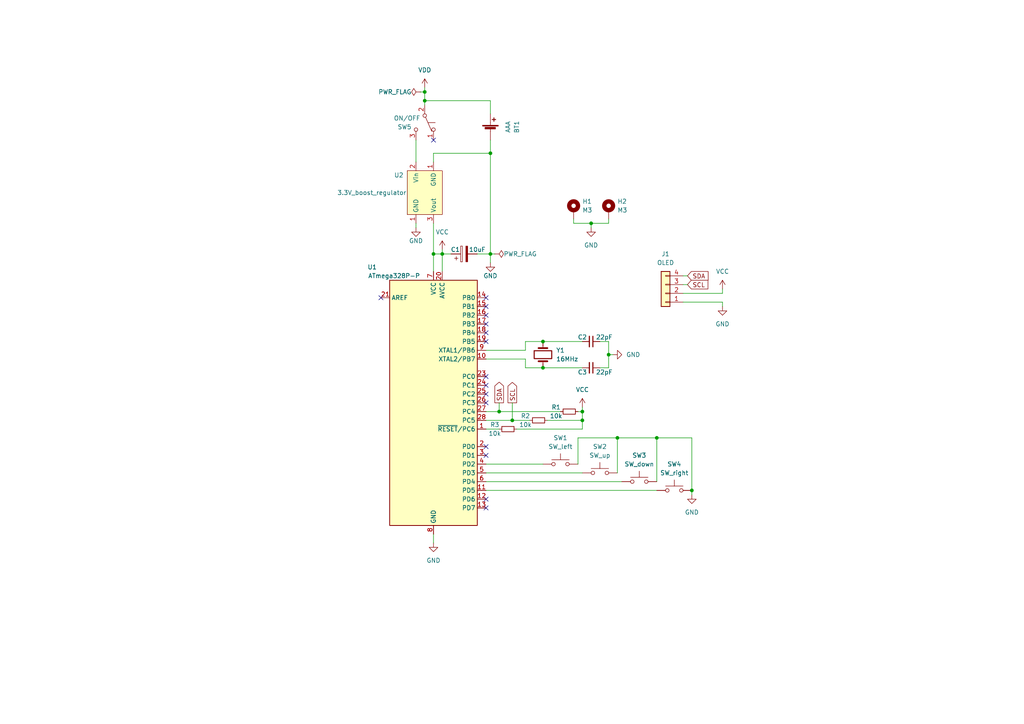
<source format=kicad_sch>
(kicad_sch (version 20211123) (generator eeschema)
  (paper "A4")
  (lib_symbols
    (symbol "Connector_Generic:Conn_01x04" (pin_names (offset 1.016) hide)
      (property "Reference" "J" (at 0 5.08 0))
      (property "Value" "Conn_01x04" (at 0 -7.62 0))
      (symbol "Conn_01x04_1_1"
        (rectangle (start -1.27 -4.953) (end 0 -5.207) (stroke (width 0.1524)))
        (rectangle (start -1.27 -2.413) (end 0 -2.667) (stroke (width 0.1524)))
        (rectangle (start -1.27 0.127) (end 0 -0.127) (stroke (width 0.1524)))
        (rectangle (start -1.27 2.667) (end 0 2.413) (stroke (width 0.1524)))
        (rectangle (start -1.27 3.81) (end 1.27 -6.35) (stroke (width 0.254)) (fill (type background)))
        (pin passive line (at -5.08 2.54 0) (length 3.81) (name "Pin_1") (number "1"))
        (pin passive line (at -5.08 0 0) (length 3.81) (name "Pin_2") (number "2"))
        (pin passive line (at -5.08 -2.54 0) (length 3.81) (name "Pin_3") (number "3"))
        (pin passive line (at -5.08 -5.08 0) (length 3.81) (name "Pin_4") (number "4"))
      )
    )
    (symbol "Device:Battery_Cell" (pin_numbers hide) (pin_names (offset 0) hide)
      (property "Reference" "BT" (at 2.54 2.54 0))
      (property "Value" "Battery_Cell" (at 2.54 0 0))
      (symbol "Battery_Cell_0_1"
        (rectangle (start -2.286 1.778) (end 2.286 1.524) (fill (type outline)))
        (rectangle (start -1.5748 1.1938) (end 1.4732 0.6858) (fill (type outline)))
        (polyline (pts (xy 0 0.762) (xy 0 0)))
        (polyline (pts (xy 0 1.778) (xy 0 2.54)))
        (polyline (pts (xy 0.508 3.429) (xy 1.524 3.429)) (stroke (width 0.254)))
        (polyline (pts (xy 1.016 3.937) (xy 1.016 2.921)) (stroke (width 0.254)))
      )
      (symbol "Battery_Cell_1_1"
        (pin passive line (at 0 5.08 270) (length 2.54) (name "+") (number "1"))
        (pin passive line (at 0 -2.54 90) (length 2.54) (name "-") (number "2"))
      )
    )
    (symbol "Device:C_Polarized" (pin_numbers hide) (pin_names (offset 0.254))
      (property "Reference" "C" (at 0.635 2.54 0))
      (property "Value" "C_Polarized" (at 0.635 -2.54 0))
      (symbol "C_Polarized_0_1"
        (rectangle (start -2.286 0.508) (end 2.286 1.016))
        (polyline (pts (xy -1.778 2.286) (xy -0.762 2.286)))
        (polyline (pts (xy -1.27 2.794) (xy -1.27 1.778)))
        (rectangle (start 2.286 -0.508) (end -2.286 -1.016) (fill (type outline)))
      )
      (symbol "C_Polarized_1_1"
        (pin passive line (at 0 3.81 270) (length 2.794) (name "~") (number "1"))
        (pin passive line (at 0 -3.81 90) (length 2.794) (name "~") (number "2"))
      )
    )
    (symbol "Device:C_Small" (pin_numbers hide) (pin_names (offset 0.254) hide)
      (property "Reference" "C" (at 0.254 1.778 0))
      (property "Value" "C_Small" (at 0.254 -2.032 0))
      (symbol "C_Small_0_1"
        (polyline (pts (xy -1.524 -0.508) (xy 1.524 -0.508)) (stroke (width 0.3302)))
        (polyline (pts (xy -1.524 0.508) (xy 1.524 0.508)) (stroke (width 0.3048)))
      )
      (symbol "C_Small_1_1"
        (pin passive line (at 0 2.54 270) (length 2.032) (name "~") (number "1"))
        (pin passive line (at 0 -2.54 90) (length 2.032) (name "~") (number "2"))
      )
    )
    (symbol "Device:Crystal" (pin_numbers hide) (pin_names (offset 1.016) hide)
      (property "Reference" "Y" (at 0 3.81 0))
      (property "Value" "Crystal" (at 0 -3.81 0))
      (symbol "Crystal_0_1"
        (rectangle (start -1.143 2.54) (end 1.143 -2.54) (stroke (width 0.3048)))
        (polyline (pts (xy -2.54 0) (xy -1.905 0)))
        (polyline (pts (xy -1.905 -1.27) (xy -1.905 1.27)) (stroke (width 0.508)))
        (polyline (pts (xy 1.905 -1.27) (xy 1.905 1.27)) (stroke (width 0.508)))
        (polyline (pts (xy 2.54 0) (xy 1.905 0)))
      )
      (symbol "Crystal_1_1"
        (pin passive line (at -3.81 0 0) (length 1.27) (name "1") (number "1"))
        (pin passive line (at 3.81 0 180) (length 1.27) (name "2") (number "2"))
      )
    )
    (symbol "Device:R_Small" (pin_numbers hide) (pin_names (offset 0.254) hide)
      (property "Reference" "R" (at 0.762 0.508 0))
      (property "Value" "R_Small" (at 0.762 -1.016 0))
      (symbol "R_Small_0_1"
        (rectangle (start -0.762 1.778) (end 0.762 -1.778) (stroke (width 0.2032)))
      )
      (symbol "R_Small_1_1"
        (pin passive line (at 0 2.54 270) (length 0.762) (name "~") (number "1"))
        (pin passive line (at 0 -2.54 90) (length 0.762) (name "~") (number "2"))
      )
    )
    (symbol "GameBox:3.3V_boost_regulator"
      (property "Reference" "U" (at -5.08 10.16 0))
      (property "Value" "3.3V_boost_regulator" (at 0 7.62 0))
      (symbol "3.3V_boost_regulator_0_1"
        (rectangle (start -6.35 5.08) (end 6.35 -5.08) (fill (type background)))
      )
      (symbol "3.3V_boost_regulator_1_1"
        (pin power_in line (at -8.89 2.54 0) (length 2.54) (name "GND") (number "1"))
        (pin power_in line (at 8.89 -2.54 180) (length 2.54) (name "GND") (number "1"))
        (pin power_in line (at -8.89 -2.54 0) (length 2.54) (name "Vin") (number "2"))
        (pin power_out line (at 8.89 2.54 180) (length 2.54) (name "Vout") (number "3"))
      )
    )
    (symbol "MCU_Microchip_ATmega:ATmega328P-P"
      (property "Reference" "U" (at -12.7 36.83 0))
      (property "Value" "ATmega328P-P" (at 2.54 -36.83 0))
      (symbol "ATmega328P-P_0_1"
        (rectangle (start -12.7 -35.56) (end 12.7 35.56) (stroke (width 0.254)) (fill (type background)))
      )
      (symbol "ATmega328P-P_1_1"
        (pin bidirectional line (at 15.24 -7.62 180) (length 2.54) (name "~{RESET}/PC6") (number "1"))
        (pin bidirectional line (at 15.24 12.7 180) (length 2.54) (name "XTAL2/PB7") (number "10"))
        (pin bidirectional line (at 15.24 -25.4 180) (length 2.54) (name "PD5") (number "11"))
        (pin bidirectional line (at 15.24 -27.94 180) (length 2.54) (name "PD6") (number "12"))
        (pin bidirectional line (at 15.24 -30.48 180) (length 2.54) (name "PD7") (number "13"))
        (pin bidirectional line (at 15.24 30.48 180) (length 2.54) (name "PB0") (number "14"))
        (pin bidirectional line (at 15.24 27.94 180) (length 2.54) (name "PB1") (number "15"))
        (pin bidirectional line (at 15.24 25.4 180) (length 2.54) (name "PB2") (number "16"))
        (pin bidirectional line (at 15.24 22.86 180) (length 2.54) (name "PB3") (number "17"))
        (pin bidirectional line (at 15.24 20.32 180) (length 2.54) (name "PB4") (number "18"))
        (pin bidirectional line (at 15.24 17.78 180) (length 2.54) (name "PB5") (number "19"))
        (pin bidirectional line (at 15.24 -12.7 180) (length 2.54) (name "PD0") (number "2"))
        (pin power_in line (at 2.54 38.1 270) (length 2.54) (name "AVCC") (number "20"))
        (pin passive line (at -15.24 30.48 0) (length 2.54) (name "AREF") (number "21"))
        (pin passive line (at 0 -38.1 90) (length 2.54) hide (name "GND") (number "22"))
        (pin bidirectional line (at 15.24 7.62 180) (length 2.54) (name "PC0") (number "23"))
        (pin bidirectional line (at 15.24 5.08 180) (length 2.54) (name "PC1") (number "24"))
        (pin bidirectional line (at 15.24 2.54 180) (length 2.54) (name "PC2") (number "25"))
        (pin bidirectional line (at 15.24 0 180) (length 2.54) (name "PC3") (number "26"))
        (pin bidirectional line (at 15.24 -2.54 180) (length 2.54) (name "PC4") (number "27"))
        (pin bidirectional line (at 15.24 -5.08 180) (length 2.54) (name "PC5") (number "28"))
        (pin bidirectional line (at 15.24 -15.24 180) (length 2.54) (name "PD1") (number "3"))
        (pin bidirectional line (at 15.24 -17.78 180) (length 2.54) (name "PD2") (number "4"))
        (pin bidirectional line (at 15.24 -20.32 180) (length 2.54) (name "PD3") (number "5"))
        (pin bidirectional line (at 15.24 -22.86 180) (length 2.54) (name "PD4") (number "6"))
        (pin power_in line (at 0 38.1 270) (length 2.54) (name "VCC") (number "7"))
        (pin power_in line (at 0 -38.1 90) (length 2.54) (name "GND") (number "8"))
        (pin bidirectional line (at 15.24 15.24 180) (length 2.54) (name "XTAL1/PB6") (number "9"))
      )
    )
    (symbol "Mechanical:MountingHole_Pad" (pin_numbers hide) (pin_names (offset 1.016) hide)
      (property "Reference" "H" (at 0 6.35 0))
      (property "Value" "MountingHole_Pad" (at 0 4.445 0))
      (symbol "MountingHole_Pad_0_1"
        (circle (center 0 1.27) (radius 1.27) (stroke (width 1.27)))
      )
      (symbol "MountingHole_Pad_1_1"
        (pin input line (at 0 -2.54 90) (length 2.54) (name "1") (number "1"))
      )
    )
    (symbol "Switch:SW_Push" (pin_numbers hide) (pin_names (offset 1.016) hide)
      (property "Reference" "SW" (at 1.27 2.54 0))
      (property "Value" "SW_Push" (at 0 -1.524 0))
      (symbol "SW_Push_0_1"
        (circle (center -2.032 0) (radius 0.508))
        (polyline (pts (xy 0 1.27) (xy 0 3.048)))
        (polyline (pts (xy 2.54 1.27) (xy -2.54 1.27)))
        (circle (center 2.032 0) (radius 0.508))
        (pin passive line (at -5.08 0 0) (length 2.54) (name "1") (number "1"))
        (pin passive line (at 5.08 0 180) (length 2.54) (name "2") (number "2"))
      )
    )
    (symbol "Switch:SW_Push_SPDT" (pin_names (offset 0) hide)
      (property "Reference" "SW" (at 0 4.318 0))
      (property "Value" "SW_Push_SPDT" (at 0 -5.08 0))
      (symbol "SW_Push_SPDT_0_0"
        (circle (center -2.032 0) (radius 0.508))
        (polyline (pts (xy 0 1.016) (xy 0 3.048)))
        (circle (center 2.032 -2.54) (radius 0.508))
      )
      (symbol "SW_Push_SPDT_0_1"
        (polyline (pts (xy -1.524 0.254) (xy 2.54 2.032)))
        (circle (center 2.032 2.54) (radius 0.508))
      )
      (symbol "SW_Push_SPDT_1_1"
        (pin passive line (at 5.08 2.54 180) (length 2.54) (name "A") (number "1"))
        (pin passive line (at -5.08 0 0) (length 2.54) (name "B") (number "2"))
        (pin passive line (at 5.08 -2.54 180) (length 2.54) (name "C") (number "3"))
      )
    )
    (symbol "power:GND" (power) (pin_names (offset 0))
      (property "Value" "GND" (at 0 -3.81 0))
      (symbol "GND_0_1"
        (polyline (pts (xy 0 0) (xy 0 -1.27) (xy 1.27 -1.27) (xy 0 -2.54) (xy -1.27 -1.27) (xy 0 -1.27)))
      )
      (symbol "GND_1_1"
        (pin power_in line (at 0 0 270) (length 0) hide (name "GND") (number "1"))
      )
    )
    (symbol "power:PWR_FLAG" (power) (pin_numbers hide) (pin_names (offset 0) hide)
      (property "Value" "PWR_FLAG" (at 0 3.81 0))
      (symbol "PWR_FLAG_0_0"
        (pin power_out line (at 0 0 90) (length 0) (name "pwr") (number "1"))
      )
      (symbol "PWR_FLAG_0_1"
        (polyline (pts (xy 0 0) (xy 0 1.27) (xy -1.016 1.905) (xy 0 2.54) (xy 1.016 1.905) (xy 0 1.27)))
      )
    )
    (symbol "power:VCC" (power) (pin_names (offset 0))
      (property "Value" "VCC" (at 0 3.81 0))
      (symbol "VCC_0_1"
        (polyline (pts (xy -0.762 1.27) (xy 0 2.54)))
        (polyline (pts (xy 0 0) (xy 0 2.54)))
        (polyline (pts (xy 0 2.54) (xy 0.762 1.27)))
      )
      (symbol "VCC_1_1"
        (pin power_in line (at 0 0 90) (length 0) hide (name "VCC") (number "1"))
      )
    )
    (symbol "power:VDD" (power) (pin_names (offset 0))
      (property "Value" "VDD" (at 0 3.81 0))
      (symbol "VDD_0_1"
        (polyline (pts (xy -0.762 1.27) (xy 0 2.54)))
        (polyline (pts (xy 0 0) (xy 0 2.54)))
        (polyline (pts (xy 0 2.54) (xy 0.762 1.27)))
      )
      (symbol "VDD_1_1"
        (pin power_in line (at 0 0 90) (length 0) hide (name "VDD") (number "1"))
      )
    )
  )
  (junction (at 157.48 106.68))
  (junction (at 171.45 64.77))
  (junction (at 148.59 121.92))
  (junction (at 144.78 119.38))
  (junction (at 157.48 99.06))
  (junction (at 142.24 73.66))
  (junction (at 128.27 73.66))
  (junction (at 176.53 102.87))
  (junction (at 200.66 142.24))
  (junction (at 168.91 119.38))
  (junction (at 190.5 127))
  (junction (at 179.07 127))
  (junction (at 142.24 44.45))
  (junction (at 123.19 29.21))
  (junction (at 125.73 73.66))
  (junction (at 123.19 26.67))
  (junction (at 168.91 121.92))
  (no_connect (at 125.73 40.64))
  (no_connect (at 140.97 96.52))
  (no_connect (at 140.97 132.08))
  (no_connect (at 110.49 86.36))
  (no_connect (at 140.97 147.32))
  (no_connect (at 140.97 109.22))
  (no_connect (at 140.97 93.98))
  (no_connect (at 140.97 86.36))
  (no_connect (at 140.97 91.44))
  (no_connect (at 140.97 99.06))
  (no_connect (at 140.97 88.9))
  (no_connect (at 140.97 111.76))
  (no_connect (at 140.97 129.54))
  (no_connect (at 140.97 116.84))
  (no_connect (at 140.97 144.78))
  (no_connect (at 140.97 114.3))
  (wire (pts (xy 123.19 26.67) (xy 123.19 29.21)))
  (wire (pts (xy 176.53 102.87) (xy 177.8 102.87)))
  (wire (pts (xy 125.73 44.45) (xy 142.24 44.45)))
  (wire (pts (xy 142.24 29.21) (xy 142.24 33.02)))
  (wire (pts (xy 176.53 63.5) (xy 176.53 64.77)))
  (wire (pts (xy 120.65 40.64) (xy 120.65 46.99)))
  (wire (pts (xy 152.4 104.14) (xy 152.4 106.68)))
  (wire (pts (xy 200.66 127) (xy 200.66 142.24)))
  (wire (pts (xy 120.65 64.77) (xy 120.65 66.04)))
  (wire (pts (xy 128.27 73.66) (xy 128.27 78.74)))
  (wire (pts (xy 140.97 137.16) (xy 168.91 137.16)))
  (wire (pts (xy 125.73 44.45) (xy 125.73 46.99)))
  (wire (pts (xy 168.91 119.38) (xy 168.91 121.92)))
  (wire (pts (xy 148.59 121.92) (xy 153.67 121.92)))
  (wire (pts (xy 125.73 64.77) (xy 125.73 73.66)))
  (wire (pts (xy 148.59 116.84) (xy 148.59 121.92)))
  (wire (pts (xy 176.53 102.87) (xy 176.53 99.06)))
  (wire (pts (xy 167.64 127) (xy 179.07 127)))
  (wire (pts (xy 179.07 127) (xy 179.07 137.16)))
  (wire (pts (xy 198.12 80.01) (xy 199.39 80.01)))
  (wire (pts (xy 123.19 29.21) (xy 142.24 29.21)))
  (wire (pts (xy 158.75 121.92) (xy 168.91 121.92)))
  (wire (pts (xy 157.48 106.68) (xy 168.91 106.68)))
  (wire (pts (xy 128.27 73.66) (xy 130.81 73.66)))
  (wire (pts (xy 144.78 119.38) (xy 144.78 116.84)))
  (wire (pts (xy 198.12 87.63) (xy 209.55 87.63)))
  (wire (pts (xy 168.91 118.11) (xy 168.91 119.38)))
  (wire (pts (xy 209.55 87.63) (xy 209.55 88.9)))
  (wire (pts (xy 125.73 73.66) (xy 128.27 73.66)))
  (wire (pts (xy 123.19 29.21) (xy 123.19 30.48)))
  (wire (pts (xy 198.12 85.09) (xy 209.55 85.09)))
  (wire (pts (xy 140.97 139.7) (xy 180.34 139.7)))
  (wire (pts (xy 190.5 127) (xy 200.66 127)))
  (wire (pts (xy 166.37 64.77) (xy 166.37 63.5)))
  (wire (pts (xy 176.53 99.06) (xy 173.99 99.06)))
  (wire (pts (xy 142.24 40.64) (xy 142.24 44.45)))
  (wire (pts (xy 140.97 119.38) (xy 144.78 119.38)))
  (wire (pts (xy 190.5 127) (xy 190.5 139.7)))
  (wire (pts (xy 144.78 119.38) (xy 162.56 119.38)))
  (wire (pts (xy 167.64 134.62) (xy 167.64 127)))
  (wire (pts (xy 140.97 124.46) (xy 144.78 124.46)))
  (wire (pts (xy 140.97 142.24) (xy 190.5 142.24)))
  (wire (pts (xy 152.4 99.06) (xy 157.48 99.06)))
  (wire (pts (xy 140.97 104.14) (xy 152.4 104.14)))
  (wire (pts (xy 176.53 106.68) (xy 176.53 102.87)))
  (wire (pts (xy 142.24 73.66) (xy 143.51 73.66)))
  (wire (pts (xy 171.45 64.77) (xy 166.37 64.77)))
  (wire (pts (xy 209.55 85.09) (xy 209.55 83.82)))
  (wire (pts (xy 152.4 106.68) (xy 157.48 106.68)))
  (wire (pts (xy 176.53 64.77) (xy 171.45 64.77)))
  (wire (pts (xy 125.73 154.94) (xy 125.73 157.48)))
  (wire (pts (xy 168.91 121.92) (xy 168.91 124.46)))
  (wire (pts (xy 200.66 142.24) (xy 200.66 143.51)))
  (wire (pts (xy 128.27 72.39) (xy 128.27 73.66)))
  (wire (pts (xy 140.97 134.62) (xy 157.48 134.62)))
  (wire (pts (xy 123.19 25.4) (xy 123.19 26.67)))
  (wire (pts (xy 171.45 64.77) (xy 171.45 66.04)))
  (wire (pts (xy 198.12 82.55) (xy 199.39 82.55)))
  (wire (pts (xy 157.48 99.06) (xy 168.91 99.06)))
  (wire (pts (xy 142.24 44.45) (xy 142.24 73.66)))
  (wire (pts (xy 138.43 73.66) (xy 142.24 73.66)))
  (wire (pts (xy 142.24 73.66) (xy 142.24 76.2)))
  (wire (pts (xy 140.97 121.92) (xy 148.59 121.92)))
  (wire (pts (xy 168.91 119.38) (xy 167.64 119.38)))
  (wire (pts (xy 152.4 101.6) (xy 152.4 99.06)))
  (wire (pts (xy 140.97 101.6) (xy 152.4 101.6)))
  (wire (pts (xy 179.07 127) (xy 190.5 127)))
  (wire (pts (xy 125.73 73.66) (xy 125.73 78.74)))
  (wire (pts (xy 121.92 26.67) (xy 123.19 26.67)))
  (wire (pts (xy 173.99 106.68) (xy 176.53 106.68)))
  (wire (pts (xy 149.86 124.46) (xy 168.91 124.46)))
  (global_label "SDA" (shape output) (at 144.78 116.84 90) (property "Intersheet References" "${INTERSHEET_REFS}" (effects hide)))
  (global_label "SCL" (shape input) (at 199.39 82.55 0) (property "Intersheet References" "${INTERSHEET_REFS}" (effects hide)))
  (global_label "SCL" (shape output) (at 148.59 116.84 90) (property "Intersheet References" "${INTERSHEET_REFS}" (effects hide)))
  (global_label "SDA" (shape input) (at 199.39 80.01 0) (property "Intersheet References" "${INTERSHEET_REFS}" (effects hide)))
  (symbol (lib_id "power:VCC") (at 209.55 83.82 0) (unit 1)
    (property "Reference" "#PWR06" (effects hide))
    (property "Value" "VCC" (at 209.55 78.74 0))
  )
  (symbol (lib_id "power:VCC") (at 128.27 72.39 0) (unit 1)
    (property "Reference" "#PWR04" (effects hide))
    (property "Value" "VCC" (at 128.27 67.31 0))
  )
  (symbol (lib_id "Switch:SW_Push_SPDT") (at 123.19 35.56 270) (unit 1)
    (property "Reference" "SW5" (at 119.38 36.8301 90) (effects (justify right)))
    (property "Value" "ON/OFF" (at 121.92 34.29 90) (effects (justify right)))
    (property "Footprint" "GameBox:EG1218" (effects hide))
  )
  (symbol (lib_id "GameBox:3.3V_boost_regulator") (at 123.19 55.88 270) (unit 1)
    (property "Reference" "U2" (at 114.3 50.8 90) (effects (justify left)))
    (property "Value" "3.3V_boost_regulator" (at 97.79 55.88 90) (effects (justify left)))
    (property "Footprint" "GameBox:3.3V_boost_regulator" (effects hide))
  )
  (symbol (lib_id "Switch:SW_Push") (at 185.42 139.7 0) (unit 1)
    (property "Reference" "SW3" (at 185.42 132.08 0))
    (property "Value" "SW_down" (at 185.42 134.62 0))
    (property "Footprint" "Button_Switch_THT:SW_PUSH_6mm_H9.5mm" (effects hide))
  )
  (symbol (lib_id "Device:R_Small") (at 156.21 121.92 270) (unit 1)
    (property "Reference" "R2" (at 152.4 120.65 90))
    (property "Value" "10k" (at 152.4 123.19 90))
    (property "Footprint" "Resistor_SMD:R_0805_2012Metric_Pad1.20x1.40mm_HandSolder" (effects hide))
  )
  (symbol (lib_id "Device:R_Small") (at 147.32 124.46 270) (unit 1)
    (property "Reference" "R3" (at 143.51 123.19 90))
    (property "Value" "10k" (at 143.51 125.73 90))
    (property "Footprint" "Resistor_SMD:R_0805_2012Metric_Pad1.20x1.40mm_HandSolder" (effects hide))
  )
  (symbol (lib_id "Device:R_Small") (at 165.1 119.38 270) (unit 1)
    (property "Reference" "R1" (at 161.29 118.11 90))
    (property "Value" "10k" (at 161.29 120.65 90))
    (property "Footprint" "Resistor_SMD:R_0805_2012Metric_Pad1.20x1.40mm_HandSolder" (effects hide))
  )
  (symbol (lib_id "power:GND") (at 200.66 143.51 0) (unit 1)
    (property "Reference" "#PWR010" (effects hide))
    (property "Value" "GND" (at 200.66 148.59 0))
  )
  (symbol (lib_id "Switch:SW_Push") (at 195.58 142.24 0) (unit 1)
    (property "Reference" "SW4" (at 195.58 134.62 0))
    (property "Value" "SW_right" (at 195.58 137.16 0))
    (property "Footprint" "Button_Switch_THT:SW_PUSH_6mm_H9.5mm" (effects hide))
  )
  (symbol (lib_id "power:GND") (at 171.45 66.04 0) (unit 1)
    (property "Reference" "#PWR03" (effects hide))
    (property "Value" "GND" (at 171.45 71.12 0))
  )
  (symbol (lib_id "power:GND") (at 125.73 157.48 0) (unit 1)
    (property "Reference" "#PWR011" (effects hide))
    (property "Value" "GND" (at 125.73 162.56 0))
  )
  (symbol (lib_id "power:VCC") (at 168.91 118.11 0) (unit 1)
    (property "Reference" "#PWR09" (effects hide))
    (property "Value" "VCC" (at 168.91 113.03 0))
  )
  (symbol (lib_id "power:PWR_FLAG") (at 143.51 73.66 270) (unit 1)
    (property "Reference" "#FLG02" (effects hide))
    (property "Value" "PWR_FLAG" (at 146.05 73.66 90) (effects (justify left)))
  )
  (symbol (lib_id "Device:C_Small") (at 171.45 99.06 270) (unit 1)
    (property "Reference" "C2" (at 168.91 97.79 90))
    (property "Value" "22pF" (at 175.26 97.79 90))
    (property "Footprint" "Capacitor_SMD:C_0805_2012Metric_Pad1.18x1.45mm_HandSolder" (effects hide))
  )
  (symbol (lib_id "MCU_Microchip_ATmega:ATmega328P-P") (at 125.73 116.84 0) (unit 1)
    (property "Reference" "U1" (at 107.95 77.47 0))
    (property "Value" "ATmega328P-P" (at 114.3 80.01 0))
    (property "Footprint" "Package_DIP:DIP-28_W7.62mm" (effects hide))
    (property "Datasheet" "http://ww1.microchip.com/downloads/en/DeviceDoc/ATmega328_P%20AVR%20MCU%20with%20picoPower%20Technology%20Data%20Sheet%2040001984A.pdf" (effects hide))
  )
  (symbol (lib_id "Switch:SW_Push") (at 162.56 134.62 0) (unit 1)
    (property "Reference" "SW1" (at 162.56 127 0))
    (property "Value" "SW_left" (at 162.56 129.54 0))
    (property "Footprint" "Button_Switch_THT:SW_PUSH_6mm_H9.5mm" (effects hide))
  )
  (symbol (lib_id "power:GND") (at 142.24 76.2 0) (unit 1)
    (property "Reference" "#PWR05" (effects hide))
    (property "Value" "GND" (at 142.24 80.01 0))
  )
  (symbol (lib_id "power:PWR_FLAG") (at 121.92 26.67 90) (unit 1)
    (property "Reference" "#FLG01" (effects hide))
    (property "Value" "PWR_FLAG" (at 119.38 26.67 90) (effects (justify left)))
  )
  (symbol (lib_id "Device:Crystal") (at 157.48 102.87 90) (unit 1)
    (property "Reference" "Y1" (at 161.29 101.6 90) (effects (justify right)))
    (property "Value" "16MHz" (at 161.29 104.14 90) (effects (justify right)))
    (property "Footprint" "Crystal:Crystal_HC49-4H_Vertical" (effects hide))
  )
  (symbol (lib_id "power:GND") (at 209.55 88.9 0) (unit 1)
    (property "Reference" "#PWR07" (effects hide))
    (property "Value" "GND" (at 209.55 93.98 0))
  )
  (symbol (lib_id "power:VDD") (at 123.19 25.4 0) (unit 1)
    (property "Reference" "#PWR01" (effects hide))
    (property "Value" "VDD" (at 123.19 20.32 0))
  )
  (symbol (lib_id "Device:C_Small") (at 171.45 106.68 270) (unit 1)
    (property "Reference" "C3" (at 168.91 107.95 90))
    (property "Value" "22pF" (at 175.26 107.95 90))
    (property "Footprint" "Capacitor_SMD:C_0805_2012Metric_Pad1.18x1.45mm_HandSolder" (effects hide))
  )
  (symbol (lib_id "Mechanical:MountingHole_Pad") (at 176.53 60.96 0) (unit 1)
    (property "Reference" "H2" (at 179.07 58.4199 0) (effects (justify left)))
    (property "Value" "M3" (at 179.07 60.9599 0) (effects (justify left)))
    (property "Footprint" "MountingHole:MountingHole_3.2mm_M3_Pad_Via" (effects hide))
  )
  (symbol (lib_id "Device:C_Polarized") (at 134.62 73.66 90) (unit 1)
    (property "Reference" "C1" (at 132.08 72.39 90))
    (property "Value" "10uF" (at 138.43 72.39 90))
    (property "Footprint" "Capacitor_SMD:C_0805_2012Metric_Pad1.18x1.45mm_HandSolder" (effects hide))
  )
  (symbol (lib_id "Device:Battery_Cell") (at 142.24 38.1 0) (unit 1)
    (property "Reference" "BT1" (at 149.86 36.83 90))
    (property "Value" "AAA" (at 147.32 36.83 90))
    (property "Footprint" "GameBox:BK-82_AAA_battery_holder" (effects hide))
  )
  (symbol (lib_id "power:GND") (at 177.8 102.87 90) (unit 1)
    (property "Reference" "#PWR08" (effects hide))
    (property "Value" "GND" (at 181.61 102.8699 90) (effects (justify right)))
  )
  (symbol (lib_id "Mechanical:MountingHole_Pad") (at 166.37 60.96 0) (unit 1)
    (property "Reference" "H1" (at 168.91 58.4199 0) (effects (justify left)))
    (property "Value" "M3" (at 168.91 60.9599 0) (effects (justify left)))
    (property "Footprint" "MountingHole:MountingHole_3.2mm_M3_Pad_Via" (effects hide))
  )
  (symbol (lib_id "Connector_Generic:Conn_01x04") (at 193.04 85.09 180) (unit 1)
    (property "Reference" "J1" (at 193.04 73.66 0))
    (property "Value" "OLED" (at 193.04 76.2 0))
    (property "Footprint" "GameBox:1.3_inch_OLED_IIC" (effects hide))
  )
  (symbol (lib_id "Switch:SW_Push") (at 173.99 137.16 0) (unit 1)
    (property "Reference" "SW2" (at 173.99 129.54 0))
    (property "Value" "SW_up" (at 173.99 132.08 0))
    (property "Footprint" "Button_Switch_THT:SW_PUSH_6mm_H9.5mm" (effects hide))
  )
  (symbol (lib_id "power:GND") (at 120.65 66.04 0) (unit 1)
    (property "Reference" "#PWR02" (effects hide))
    (property "Value" "GND" (at 120.65 69.85 0))
  )
)
</source>
